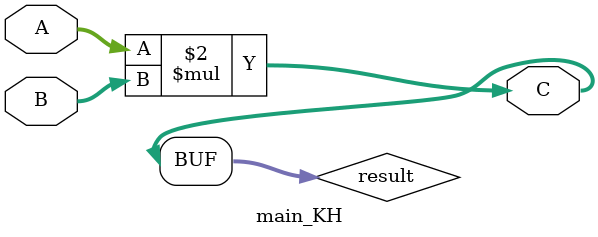
<source format=sv>
module main_KH(

// Âõîäíûå ïîðòû
input logic [7:0] A,
input logic [7:0] B,

// Âûõîäíîé ïîðò
output logic [15:0] C

);

// Îáúÿâëåíèå ðåãèñòðà äëÿ õðàíåíèÿ ðåçóëüòàòà
logic [15:0] result;

// Áëîê âñåãäà âûïîëíÿåòñÿ
always_comb begin

// Êîììåíòàðèé:
// Çäåñü ïðîèñõîäèò ñàìî âû÷èñëåíèå - óìíîæåíèå A íà B

// Óìíîæàåì A íà B
result = A * B;

// Êîììåíòàðèé:
// Â ðåçóëüòàò çàïèñûâàåì ïîìåùàåì ðåçóëüòàò óìíîæåíèÿ

end

// Êîììåíòàðèé:
// Îïåðàòîð assign êîïèðóåò çíà÷åíèå èç âíóòðåííåãî ðåãèñòðà result â âûõîä C

assign C = result;

endmodule
</source>
